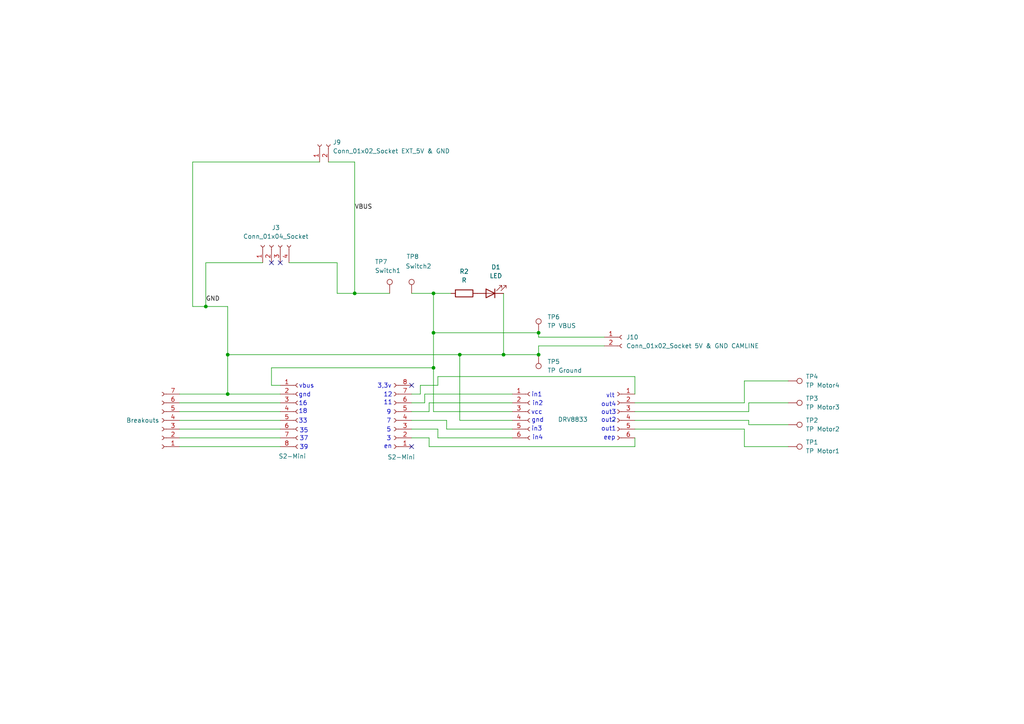
<source format=kicad_sch>
(kicad_sch (version 20250114) (generator "eeschema") (generator_version "9.0")
  (paper "A4")
  (lib_symbols
    (symbol "Connector:Conn_01x02_Socket" (pin_names (offset 1.016) (hide yes))
      (property "Reference" "J" (at 0 2.54 0))
      (property "Value" "Conn_01x02_Socket" (at 0 -5.08 0))
      (symbol "Conn_01x02_Socket_1_1"
        (polyline (pts (xy -1.27 0) (xy -0.508 0)) (stroke (width 0.1524)))
        (polyline (pts (xy -1.27 -2.54) (xy -0.508 -2.54)) (stroke (width 0.1524)))
        (arc (start 0 -0.508) (mid -0.5058 0) (end 0 0.508) (stroke (width 0.1524)))
        (arc (start 0 -3.048) (mid -0.5058 -2.54) (end 0 -2.032) (stroke (width 0.1524)))
        (pin passive line (at -5.08 0 0) (length 3.81) (name "Pin_1") (number "1"))
        (pin passive line (at -5.08 -2.54 0) (length 3.81) (name "Pin_2") (number "2"))
      )
    )
    (symbol "Connector:Conn_01x04_Socket" (pin_names (offset 1.016) (hide yes))
      (property "Reference" "J" (at 0 5.08 0))
      (property "Value" "Conn_01x04_Socket" (at 0 -7.62 0))
      (symbol "Conn_01x04_Socket_1_1"
        (polyline (pts (xy -1.27 2.54) (xy -0.508 2.54)) (stroke (width 0.1524)))
        (polyline (pts (xy -1.27 0) (xy -0.508 0)) (stroke (width 0.1524)))
        (polyline (pts (xy -1.27 -2.54) (xy -0.508 -2.54)) (stroke (width 0.1524)))
        (polyline (pts (xy -1.27 -5.08) (xy -0.508 -5.08)) (stroke (width 0.1524)))
        (arc (start 0 2.032) (mid -0.5058 2.54) (end 0 3.048) (stroke (width 0.1524)))
        (arc (start 0 -0.508) (mid -0.5058 0) (end 0 0.508) (stroke (width 0.1524)))
        (arc (start 0 -3.048) (mid -0.5058 -2.54) (end 0 -2.032) (stroke (width 0.1524)))
        (arc (start 0 -5.588) (mid -0.5058 -5.08) (end 0 -4.572) (stroke (width 0.1524)))
        (pin passive line (at -5.08 2.54 0) (length 3.81) (name "Pin_1") (number "1"))
        (pin passive line (at -5.08 0 0) (length 3.81) (name "Pin_2") (number "2"))
        (pin passive line (at -5.08 -2.54 0) (length 3.81) (name "Pin_3") (number "3"))
        (pin passive line (at -5.08 -5.08 0) (length 3.81) (name "Pin_4") (number "4"))
      )
    )
    (symbol "Connector:Conn_01x06_Socket" (pin_names (offset 1.016) (hide yes))
      (property "Reference" "J" (at 0 7.62 0))
      (property "Value" "Conn_01x06_Socket" (at 0 -10.16 0))
      (symbol "Conn_01x06_Socket_1_1"
        (polyline (pts (xy -1.27 5.08) (xy -0.508 5.08)) (stroke (width 0.1524)))
        (polyline (pts (xy -1.27 2.54) (xy -0.508 2.54)) (stroke (width 0.1524)))
        (polyline (pts (xy -1.27 0) (xy -0.508 0)) (stroke (width 0.1524)))
        (polyline (pts (xy -1.27 -2.54) (xy -0.508 -2.54)) (stroke (width 0.1524)))
        (polyline (pts (xy -1.27 -5.08) (xy -0.508 -5.08)) (stroke (width 0.1524)))
        (polyline (pts (xy -1.27 -7.62) (xy -0.508 -7.62)) (stroke (width 0.1524)))
        (arc (start 0 4.572) (mid -0.5058 5.08) (end 0 5.588) (stroke (width 0.1524)))
        (arc (start 0 2.032) (mid -0.5058 2.54) (end 0 3.048) (stroke (width 0.1524)))
        (arc (start 0 -0.508) (mid -0.5058 0) (end 0 0.508) (stroke (width 0.1524)))
        (arc (start 0 -3.048) (mid -0.5058 -2.54) (end 0 -2.032) (stroke (width 0.1524)))
        (arc (start 0 -5.588) (mid -0.5058 -5.08) (end 0 -4.572) (stroke (width 0.1524)))
        (arc (start 0 -8.128) (mid -0.5058 -7.62) (end 0 -7.112) (stroke (width 0.1524)))
        (pin passive line (at -5.08 5.08 0) (length 3.81) (name "Pin_1") (number "1"))
        (pin passive line (at -5.08 2.54 0) (length 3.81) (name "Pin_2") (number "2"))
        (pin passive line (at -5.08 0 0) (length 3.81) (name "Pin_3") (number "3"))
        (pin passive line (at -5.08 -2.54 0) (length 3.81) (name "Pin_4") (number "4"))
        (pin passive line (at -5.08 -5.08 0) (length 3.81) (name "Pin_5") (number "5"))
        (pin passive line (at -5.08 -7.62 0) (length 3.81) (name "Pin_6") (number "6"))
      )
    )
    (symbol "Connector:Conn_01x07_Socket" (pin_names (offset 1.016) (hide yes))
      (property "Reference" "J" (at 0 10.16 0))
      (property "Value" "Conn_01x07_Socket" (at 0 -10.16 0))
      (symbol "Conn_01x07_Socket_1_1"
        (polyline (pts (xy -1.27 7.62) (xy -0.508 7.62)) (stroke (width 0.1524)))
        (polyline (pts (xy -1.27 5.08) (xy -0.508 5.08)) (stroke (width 0.1524)))
        (polyline (pts (xy -1.27 2.54) (xy -0.508 2.54)) (stroke (width 0.1524)))
        (polyline (pts (xy -1.27 0) (xy -0.508 0)) (stroke (width 0.1524)))
        (polyline (pts (xy -1.27 -2.54) (xy -0.508 -2.54)) (stroke (width 0.1524)))
        (polyline (pts (xy -1.27 -5.08) (xy -0.508 -5.08)) (stroke (width 0.1524)))
        (polyline (pts (xy -1.27 -7.62) (xy -0.508 -7.62)) (stroke (width 0.1524)))
        (arc (start 0 7.112) (mid -0.5058 7.62) (end 0 8.128) (stroke (width 0.1524)))
        (arc (start 0 4.572) (mid -0.5058 5.08) (end 0 5.588) (stroke (width 0.1524)))
        (arc (start 0 2.032) (mid -0.5058 2.54) (end 0 3.048) (stroke (width 0.1524)))
        (arc (start 0 -0.508) (mid -0.5058 0) (end 0 0.508) (stroke (width 0.1524)))
        (arc (start 0 -3.048) (mid -0.5058 -2.54) (end 0 -2.032) (stroke (width 0.1524)))
        (arc (start 0 -5.588) (mid -0.5058 -5.08) (end 0 -4.572) (stroke (width 0.1524)))
        (arc (start 0 -8.128) (mid -0.5058 -7.62) (end 0 -7.112) (stroke (width 0.1524)))
        (pin passive line (at -5.08 7.62 0) (length 3.81) (name "Pin_1") (number "1"))
        (pin passive line (at -5.08 5.08 0) (length 3.81) (name "Pin_2") (number "2"))
        (pin passive line (at -5.08 2.54 0) (length 3.81) (name "Pin_3") (number "3"))
        (pin passive line (at -5.08 0 0) (length 3.81) (name "Pin_4") (number "4"))
        (pin passive line (at -5.08 -2.54 0) (length 3.81) (name "Pin_5") (number "5"))
        (pin passive line (at -5.08 -5.08 0) (length 3.81) (name "Pin_6") (number "6"))
        (pin passive line (at -5.08 -7.62 0) (length 3.81) (name "Pin_7") (number "7"))
      )
    )
    (symbol "Connector:Conn_01x08_Socket" (pin_names (offset 1.016) (hide yes))
      (property "Reference" "J" (at 0 10.16 0))
      (property "Value" "Conn_01x08_Socket" (at 0 -12.7 0))
      (symbol "Conn_01x08_Socket_1_1"
        (polyline (pts (xy -1.27 7.62) (xy -0.508 7.62)) (stroke (width 0.1524)))
        (polyline (pts (xy -1.27 5.08) (xy -0.508 5.08)) (stroke (width 0.1524)))
        (polyline (pts (xy -1.27 2.54) (xy -0.508 2.54)) (stroke (width 0.1524)))
        (polyline (pts (xy -1.27 0) (xy -0.508 0)) (stroke (width 0.1524)))
        (polyline (pts (xy -1.27 -2.54) (xy -0.508 -2.54)) (stroke (width 0.1524)))
        (polyline (pts (xy -1.27 -5.08) (xy -0.508 -5.08)) (stroke (width 0.1524)))
        (polyline (pts (xy -1.27 -7.62) (xy -0.508 -7.62)) (stroke (width 0.1524)))
        (polyline (pts (xy -1.27 -10.16) (xy -0.508 -10.16)) (stroke (width 0.1524)))
        (arc (start 0 7.112) (mid -0.5058 7.62) (end 0 8.128) (stroke (width 0.1524)))
        (arc (start 0 4.572) (mid -0.5058 5.08) (end 0 5.588) (stroke (width 0.1524)))
        (arc (start 0 2.032) (mid -0.5058 2.54) (end 0 3.048) (stroke (width 0.1524)))
        (arc (start 0 -0.508) (mid -0.5058 0) (end 0 0.508) (stroke (width 0.1524)))
        (arc (start 0 -3.048) (mid -0.5058 -2.54) (end 0 -2.032) (stroke (width 0.1524)))
        (arc (start 0 -5.588) (mid -0.5058 -5.08) (end 0 -4.572) (stroke (width 0.1524)))
        (arc (start 0 -8.128) (mid -0.5058 -7.62) (end 0 -7.112) (stroke (width 0.1524)))
        (arc (start 0 -10.668) (mid -0.5058 -10.16) (end 0 -9.652) (stroke (width 0.1524)))
        (pin passive line (at -5.08 7.62 0) (length 3.81) (name "Pin_1") (number "1"))
        (pin passive line (at -5.08 5.08 0) (length 3.81) (name "Pin_2") (number "2"))
        (pin passive line (at -5.08 2.54 0) (length 3.81) (name "Pin_3") (number "3"))
        (pin passive line (at -5.08 0 0) (length 3.81) (name "Pin_4") (number "4"))
        (pin passive line (at -5.08 -2.54 0) (length 3.81) (name "Pin_5") (number "5"))
        (pin passive line (at -5.08 -5.08 0) (length 3.81) (name "Pin_6") (number "6"))
        (pin passive line (at -5.08 -7.62 0) (length 3.81) (name "Pin_7") (number "7"))
        (pin passive line (at -5.08 -10.16 0) (length 3.81) (name "Pin_8") (number "8"))
      )
    )
    (symbol "Connector:TestPoint" (pin_numbers (hide yes)) (pin_names (offset 0.762) (hide yes))
      (property "Reference" "TP" (at 0 6.858 0))
      (property "Value" "TestPoint" (at 0 5.08 0))
      (symbol "TestPoint_0_1"
        (circle (center 0 3.302) (radius 0.762))
      )
      (symbol "TestPoint_1_1"
        (pin passive line (at 0 0 90) (length 2.54) (name "1") (number "1"))
      )
    )
    (symbol "Device:LED" (pin_numbers (hide yes)) (pin_names (offset 1.016) (hide yes))
      (property "Reference" "D" (at 0 2.54 0))
      (property "Value" "LED" (at 0 -2.54 0))
      (symbol "LED_0_1"
        (polyline (pts (xy -3.048 -0.762) (xy -4.572 -2.286) (xy -3.81 -2.286) (xy -4.572 -2.286) (xy -4.572 -1.524)))
        (polyline (pts (xy -1.778 -0.762) (xy -3.302 -2.286) (xy -2.54 -2.286) (xy -3.302 -2.286) (xy -3.302 -1.524)))
        (polyline (pts (xy -1.27 0) (xy 1.27 0)))
        (polyline (pts (xy -1.27 -1.27) (xy -1.27 1.27)) (stroke (width 0.254)))
        (polyline (pts (xy 1.27 -1.27) (xy 1.27 1.27) (xy -1.27 0) (xy 1.27 -1.27)) (stroke (width 0.254)))
      )
      (symbol "LED_1_1"
        (pin passive line (at -3.81 0 0) (length 2.54) (name "K") (number "1"))
        (pin passive line (at 3.81 0 180) (length 2.54) (name "A") (number "2"))
      )
    )
    (symbol "Device:R" (pin_numbers (hide yes)) (pin_names (offset 0))
      (property "Reference" "R" (at 2.032 0 90))
      (property "Value" "R" (at 0 0 90))
      (symbol "R_0_1"
        (rectangle (start -1.016 -2.54) (end 1.016 2.54) (stroke (width 0.254)))
      )
      (symbol "R_1_1"
        (pin passive line (at 0 3.81 270) (length 1.27) (name "~") (number "1"))
        (pin passive line (at 0 -3.81 90) (length 1.27) (name "~") (number "2"))
      )
    )
  )
  (text "out2" (at 176.53 121.92 0) (effects (font (size 1.27 1.27))))
  (text "3" (at 112.776 127.254 0) (effects (font (size 1.27 1.27))))
  (text "in4" (at 155.956 127 0) (effects (font (size 1.27 1.27))))
  (text "eep" (at 176.784 127 0) (effects (font (size 1.27 1.27))))
  (text "16" (at 87.884 117.094 0) (effects (font (size 1.27 1.27))))
  (text "37" (at 88.138 127.254 0) (effects (font (size 1.27 1.27))))
  (text "en" (at 112.522 129.54 0) (effects (font (size 1.27 1.27))))
  (text "in2\n" (at 155.956 117.094 0) (effects (font (size 1.27 1.27))))
  (text "39" (at 88.138 129.794 0) (effects (font (size 1.27 1.27))))
  (text "9" (at 112.776 119.634 0) (effects (font (size 1.27 1.27))))
  (text "18" (at 87.884 119.38 0) (effects (font (size 1.27 1.27))))
  (text "gnd" (at 155.956 121.92 0) (effects (font (size 1.27 1.27))))
  (text "11" (at 112.522 116.84 0) (effects (font (size 1.27 1.27))))
  (text "in1" (at 155.702 114.554 0) (effects (font (size 1.27 1.27))))
  (text "vbus" (at 88.9 112.014 0) (effects (font (size 1.27 1.27))))
  (text "out3" (at 176.53 119.634 0) (effects (font (size 1.27 1.27))))
  (text "5" (at 112.776 124.714 0) (effects (font (size 1.27 1.27))))
  (text "vlt" (at 177.038 114.808 0) (effects (font (size 1.27 1.27))))
  (text "33" (at 87.884 122.174 0) (effects (font (size 1.27 1.27))))
  (text "out4" (at 176.53 117.348 0) (effects (font (size 1.27 1.27))))
  (text "3,3v" (at 111.506 112.014 0) (effects (font (size 1.27 1.27))))
  (text "12" (at 112.522 114.554 0) (effects (font (size 1.27 1.27))))
  (text "in3" (at 155.702 124.46 0) (effects (font (size 1.27 1.27))))
  (text "out1" (at 176.53 124.46 0) (effects (font (size 1.27 1.27))))
  (text "vcc" (at 155.702 119.634 0) (effects (font (size 1.27 1.27))))
  (text "gnd" (at 88.392 114.554 0) (effects (font (size 1.27 1.27))))
  (text "35" (at 88.138 124.968 0) (effects (font (size 1.27 1.27))))
  (text "7" (at 112.776 122.174 0) (effects (font (size 1.27 1.27))))
  (junction (at 156.21 102.87))
  (junction (at 125.73 106.68))
  (junction (at 146.05 102.87))
  (junction (at 125.73 96.52))
  (junction (at 156.21 96.52))
  (junction (at 66.04 102.87))
  (junction (at 66.04 114.3))
  (junction (at 133.35 102.87))
  (junction (at 102.87 85.09))
  (junction (at 59.69 88.9))
  (junction (at 125.73 85.09))
  (no_connect (at 119.38 129.54))
  (no_connect (at 78.74 76.2))
  (no_connect (at 119.38 111.76))
  (no_connect (at 81.28 76.2))
  (wire (pts (xy 66.04 88.9) (xy 66.04 102.87)))
  (wire (pts (xy 217.17 119.38) (xy 217.17 116.84)))
  (wire (pts (xy 52.07 116.84) (xy 81.28 116.84)))
  (wire (pts (xy 133.35 102.87) (xy 146.05 102.87)))
  (wire (pts (xy 217.17 123.19) (xy 228.6 123.19)))
  (wire (pts (xy 55.88 46.99) (xy 55.88 88.9)))
  (wire (pts (xy 92.71 46.99) (xy 55.88 46.99)))
  (wire (pts (xy 78.74 111.76) (xy 81.28 111.76)))
  (wire (pts (xy 146.05 102.87) (xy 156.21 102.87)))
  (wire (pts (xy 127 109.22) (xy 184.15 109.22)))
  (wire (pts (xy 125.73 106.68) (xy 125.73 96.52)))
  (wire (pts (xy 146.05 85.09) (xy 146.05 102.87)))
  (wire (pts (xy 184.15 129.54) (xy 184.15 127)))
  (wire (pts (xy 127 127) (xy 148.59 127)))
  (wire (pts (xy 59.69 76.2) (xy 76.2 76.2)))
  (wire (pts (xy 66.04 88.9) (xy 59.69 88.9)))
  (wire (pts (xy 125.73 96.52) (xy 156.21 96.52)))
  (wire (pts (xy 124.46 127) (xy 124.46 129.54)))
  (wire (pts (xy 133.35 121.92) (xy 133.35 102.87)))
  (wire (pts (xy 133.35 121.92) (xy 148.59 121.92)))
  (wire (pts (xy 175.26 97.79) (xy 156.21 97.79)))
  (wire (pts (xy 52.07 114.3) (xy 66.04 114.3)))
  (wire (pts (xy 55.88 88.9) (xy 59.69 88.9)))
  (wire (pts (xy 184.15 109.22) (xy 184.15 114.3)))
  (wire (pts (xy 78.74 106.68) (xy 125.73 106.68)))
  (wire (pts (xy 127 124.46) (xy 127 127)))
  (wire (pts (xy 129.54 121.92) (xy 129.54 124.46)))
  (wire (pts (xy 175.26 100.33) (xy 156.21 100.33)))
  (wire (pts (xy 121.92 111.76) (xy 121.92 114.3)))
  (wire (pts (xy 125.73 119.38) (xy 148.59 119.38)))
  (wire (pts (xy 184.15 116.84) (xy 215.9 116.84)))
  (wire (pts (xy 121.92 114.3) (xy 119.38 114.3)))
  (wire (pts (xy 124.46 116.84) (xy 124.46 119.38)))
  (wire (pts (xy 52.07 121.92) (xy 81.28 121.92)))
  (wire (pts (xy 124.46 119.38) (xy 119.38 119.38)))
  (wire (pts (xy 215.9 124.46) (xy 215.9 129.54)))
  (wire (pts (xy 102.87 46.99) (xy 102.87 85.09)))
  (wire (pts (xy 125.73 119.38) (xy 125.73 106.68)))
  (wire (pts (xy 123.19 114.3) (xy 123.19 116.84)))
  (wire (pts (xy 52.07 127) (xy 81.28 127)))
  (wire (pts (xy 66.04 102.87) (xy 133.35 102.87)))
  (wire (pts (xy 119.38 85.09) (xy 125.73 85.09)))
  (wire (pts (xy 125.73 85.09) (xy 130.81 85.09)))
  (wire (pts (xy 119.38 121.92) (xy 129.54 121.92)))
  (wire (pts (xy 127 111.76) (xy 121.92 111.76)))
  (wire (pts (xy 184.15 119.38) (xy 217.17 119.38)))
  (wire (pts (xy 148.59 114.3) (xy 123.19 114.3)))
  (wire (pts (xy 184.15 124.46) (xy 215.9 124.46)))
  (wire (pts (xy 125.73 85.09) (xy 125.73 96.52)))
  (wire (pts (xy 148.59 116.84) (xy 124.46 116.84)))
  (wire (pts (xy 156.21 100.33) (xy 156.21 102.87)))
  (wire (pts (xy 52.07 129.54) (xy 81.28 129.54)))
  (wire (pts (xy 102.87 85.09) (xy 113.03 85.09)))
  (wire (pts (xy 215.9 116.84) (xy 215.9 110.49)))
  (wire (pts (xy 59.69 76.2) (xy 59.69 88.9)))
  (wire (pts (xy 124.46 129.54) (xy 184.15 129.54)))
  (wire (pts (xy 52.07 124.46) (xy 81.28 124.46)))
  (wire (pts (xy 78.74 106.68) (xy 78.74 111.76)))
  (wire (pts (xy 97.79 76.2) (xy 97.79 85.09)))
  (wire (pts (xy 217.17 121.92) (xy 217.17 123.19)))
  (wire (pts (xy 123.19 116.84) (xy 119.38 116.84)))
  (wire (pts (xy 119.38 124.46) (xy 127 124.46)))
  (wire (pts (xy 102.87 85.09) (xy 97.79 85.09)))
  (wire (pts (xy 215.9 129.54) (xy 228.6 129.54)))
  (wire (pts (xy 95.25 46.99) (xy 102.87 46.99)))
  (wire (pts (xy 156.21 97.79) (xy 156.21 96.52)))
  (wire (pts (xy 129.54 124.46) (xy 148.59 124.46)))
  (wire (pts (xy 127 109.22) (xy 127 111.76)))
  (wire (pts (xy 52.07 119.38) (xy 81.28 119.38)))
  (wire (pts (xy 66.04 114.3) (xy 81.28 114.3)))
  (wire (pts (xy 119.38 127) (xy 124.46 127)))
  (wire (pts (xy 215.9 110.49) (xy 228.6 110.49)))
  (wire (pts (xy 83.82 76.2) (xy 97.79 76.2)))
  (wire (pts (xy 66.04 102.87) (xy 66.04 114.3)))
  (wire (pts (xy 184.15 121.92) (xy 217.17 121.92)))
  (wire (pts (xy 217.17 116.84) (xy 228.6 116.84)))
  (label "VBUS" (at 102.87 60.96 0))
  (label "GND" (at 59.69 87.63 0))
  (symbol (lib_id "Connector:Conn_01x06_Socket") (at 179.07 119.38 0) (mirror y) (unit 1)
    (property "Reference" "J1" (effects (hide yes)))
    (property "Value" "~" (at 178.562 121.92 0) (effects (justify left)))
    (property "Footprint" "Connector_PinSocket_2.54mm:PinSocket_1x06_P2.54mm_Vertical" (effects (hide yes)))
    (property "Description" "Generic connector, single row, 01x06, script generated" (effects (hide yes)))
  )
  (symbol (lib_id "Connector:TestPoint") (at 228.6 123.19 270) (unit 1)
    (property "Reference" "TP2" (at 233.68 121.9199 90) (effects (justify left)))
    (property "Value" "TP Motor2" (at 233.68 124.4599 90) (effects (justify left)))
    (property "Footprint" "TestPoint:TestPoint_Pad_D2.0mm" (effects (hide yes)))
    (property "Description" "test point" (effects (hide yes)))
  )
  (symbol (lib_id "Connector:Conn_01x04_Socket") (at 78.74 71.12 90) (unit 1)
    (property "Reference" "J3" (at 80.01 66.04 90))
    (property "Value" "Conn_01x04_Socket" (at 80.01 68.58 90))
    (property "Footprint" "Connector_PinSocket_2.54mm:PinSocket_1x04_P2.54mm_Vertical" (effects (hide yes)))
    (property "Description" "Generic connector, single row, 01x04, script generated" (effects (hide yes)))
  )
  (symbol (lib_id "Connector:Conn_01x02_Socket") (at 92.71 41.91 90) (unit 1)
    (property "Reference" "J9" (at 96.52 41.2749 90) (effects (justify right)))
    (property "Value" "Conn_01x02_Socket EXT_5V & GND" (at 96.52 43.8149 90) (effects (justify right)))
    (property "Footprint" "Connector_PinSocket_2.54mm:PinSocket_1x02_P2.54mm_Vertical" (effects (hide yes)))
    (property "Description" "Generic connector, single row, 01x02, script generated" (effects (hide yes)))
  )
  (symbol (lib_id "Connector:TestPoint") (at 113.03 85.09 0) (unit 1)
    (property "Reference" "TP7" (at 108.712 75.946 0) (effects (justify left)))
    (property "Value" "Switch1" (at 108.712 78.486 0) (effects (justify left)))
    (property "Footprint" "TestPoint:TestPoint_Pad_D2.0mm" (effects (hide yes)))
    (property "Description" "test point" (effects (hide yes)))
  )
  (symbol (lib_id "Connector:TestPoint") (at 228.6 110.49 270) (unit 1)
    (property "Reference" "TP4" (at 233.68 109.2199 90) (effects (justify left)))
    (property "Value" "TP Motor4" (at 233.68 111.7599 90) (effects (justify left)))
    (property "Footprint" "TestPoint:TestPoint_Pad_D2.0mm" (effects (hide yes)))
    (property "Description" "test point" (effects (hide yes)))
  )
  (symbol (lib_id "Connector:Conn_01x08_Socket") (at 86.36 119.38 0) (unit 1)
    (property "Reference" "J6" (effects (hide yes)))
    (property "Value" "S2-Mini" (at 80.772 132.334 0) (effects (justify left)))
    (property "Footprint" "Connector_PinSocket_2.54mm:PinSocket_1x08_P2.54mm_Vertical" (effects (hide yes)))
    (property "Description" "Generic connector, single row, 01x08, script generated" (effects (hide yes)))
  )
  (symbol (lib_id "Device:LED") (at 142.24 85.09 180) (unit 1)
    (property "Reference" "D1" (at 143.8275 77.47 0))
    (property "Value" "LED" (at 143.8275 80.01 0))
    (property "Footprint" "LED_THT:LED_D5.0mm" (effects (hide yes)))
    (property "Description" "Light emitting diode" (effects (hide yes)))
    (property "Sim.Pins" "1=K 2=A" (effects (hide yes)))
  )
  (symbol (lib_id "Connector:TestPoint") (at 156.21 96.52 0) (unit 1)
    (property "Reference" "TP6" (at 158.75 91.9479 0) (effects (justify left)))
    (property "Value" "TP VBUS" (at 158.75 94.4879 0) (effects (justify left)))
    (property "Footprint" "TestPoint:TestPoint_Pad_D2.0mm" (effects (hide yes)))
    (property "Description" "test point" (effects (hide yes)))
  )
  (symbol (lib_id "Connector:Conn_01x08_Socket") (at 114.3 121.92 180) (unit 1)
    (property "Reference" "J8" (effects (hide yes)))
    (property "Value" "S2-Mini" (at 120.396 132.588 0) (effects (justify left)))
    (property "Footprint" "Connector_PinSocket_2.54mm:PinSocket_1x08_P2.54mm_Vertical" (effects (hide yes)))
    (property "Description" "Generic connector, single row, 01x08, script generated" (effects (hide yes)))
  )
  (symbol (lib_id "Connector:Conn_01x07_Socket") (at 46.99 121.92 180) (unit 1)
    (property "Reference" "J7" (effects (hide yes)))
    (property "Value" "Breakouts" (at 41.402 121.92 0))
    (property "Footprint" "Connector_PinSocket_2.54mm:PinSocket_1x07_P2.54mm_Vertical" (effects (hide yes)))
    (property "Description" "Generic connector, single row, 01x07, script generated" (effects (hide yes)))
  )
  (symbol (lib_id "Connector:TestPoint") (at 228.6 129.54 270) (unit 1)
    (property "Reference" "TP1" (at 233.68 128.2699 90) (effects (justify left)))
    (property "Value" "TP Motor1" (at 233.68 130.8099 90) (effects (justify left)))
    (property "Footprint" "TestPoint:TestPoint_Pad_D2.0mm" (effects (hide yes)))
    (property "Description" "test point" (effects (hide yes)))
  )
  (symbol (lib_id "Connector:TestPoint") (at 119.38 85.09 0) (unit 1)
    (property "Reference" "TP8" (at 117.856 74.422 0) (effects (justify left)))
    (property "Value" "Switch2" (at 117.602 77.216 0) (effects (justify left)))
    (property "Footprint" "TestPoint:TestPoint_Pad_D2.0mm" (effects (hide yes)))
    (property "Description" "test point" (effects (hide yes)))
  )
  (symbol (lib_id "Connector:TestPoint") (at 156.21 102.87 180) (unit 1)
    (property "Reference" "TP5" (at 158.75 104.9019 0) (effects (justify right)))
    (property "Value" "TP Ground" (at 158.75 107.4419 0) (effects (justify right)))
    (property "Footprint" "TestPoint:TestPoint_Pad_D2.0mm" (effects (hide yes)))
    (property "Description" "test point" (effects (hide yes)))
  )
  (symbol (lib_id "Connector:Conn_01x02_Socket") (at 180.34 97.79 0) (unit 1)
    (property "Reference" "J10" (at 181.61 97.7899 0) (effects (justify left)))
    (property "Value" "Conn_01x02_Socket 5V & GND CAMLINE" (at 181.61 100.3299 0) (effects (justify left)))
    (property "Footprint" "Connector_PinSocket_2.54mm:PinSocket_1x02_P2.54mm_Vertical" (effects (hide yes)))
    (property "Description" "Generic connector, single row, 01x02, script generated" (effects (hide yes)))
  )
  (symbol (lib_id "Device:R") (at 134.62 85.09 270) (mirror x) (unit 1)
    (property "Reference" "R2" (at 134.62 78.74 90))
    (property "Value" "R" (at 134.62 81.28 90))
    (property "Footprint" "Resistor_THT:R_Axial_DIN0204_L3.6mm_D1.6mm_P7.62mm_Horizontal" (effects (hide yes)))
    (property "Description" "Resistor" (effects (hide yes)))
  )
  (symbol (lib_id "Connector:TestPoint") (at 228.6 116.84 270) (unit 1)
    (property "Reference" "TP3" (at 233.68 115.5699 90) (effects (justify left)))
    (property "Value" "TP Motor3" (at 233.68 118.1099 90) (effects (justify left)))
    (property "Footprint" "TestPoint:TestPoint_Pad_D2.0mm" (effects (hide yes)))
    (property "Description" "test point" (effects (hide yes)))
  )
  (symbol (lib_id "Connector:Conn_01x06_Socket") (at 153.67 119.38 0) (unit 1)
    (property "Reference" "J2" (effects (hide yes)))
    (property "Value" "DRV8833" (at 161.798 121.666 0) (effects (justify left)))
    (property "Footprint" "Connector_PinSocket_2.54mm:PinSocket_1x06_P2.54mm_Vertical" (effects (hide yes)))
    (property "Description" "Generic connector, single row, 01x06, script generated" (effects (hide yes)))
  )
)
</source>
